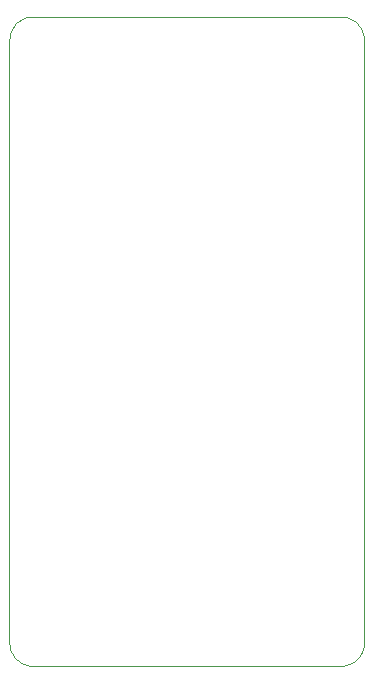
<source format=gko>
G04*
G04 #@! TF.GenerationSoftware,Altium Limited,Altium Designer,21.6.4 (81)*
G04*
G04 Layer_Color=16711935*
%FSLAX25Y25*%
%MOIN*%
G70*
G04*
G04 #@! TF.SameCoordinates,4A2346EC-D30A-4EC8-B750-871CECD4BB15*
G04*
G04*
G04 #@! TF.FilePolarity,Positive*
G04*
G01*
G75*
%ADD29C,0.00394*%
D29*
X110236Y0D02*
X111264Y67D01*
X112274Y268D01*
X113250Y599D01*
X114173Y1055D01*
X115030Y1627D01*
X115804Y2306D01*
X116483Y3081D01*
X117055Y3937D01*
X117511Y4861D01*
X117842Y5836D01*
X118043Y6846D01*
X118110Y7874D01*
Y208661D02*
X118043Y209689D01*
X117842Y210699D01*
X117511Y211675D01*
X117055Y212598D01*
X116483Y213455D01*
X115804Y214229D01*
X115030Y214908D01*
X114173Y215480D01*
X113250Y215936D01*
X112274Y216267D01*
X111264Y216468D01*
X110236Y216535D01*
X7874D02*
X6846Y216468D01*
X5836Y216267D01*
X4861Y215936D01*
X3937Y215480D01*
X3081Y214908D01*
X2306Y214229D01*
X1627Y213455D01*
X1055Y212598D01*
X599Y211675D01*
X268Y210699D01*
X67Y209689D01*
X0Y208661D01*
Y7874D02*
X67Y6846D01*
X268Y5836D01*
X599Y4861D01*
X1055Y3937D01*
X1627Y3081D01*
X2306Y2306D01*
X3081Y1627D01*
X3937Y1055D01*
X4861Y599D01*
X5836Y268D01*
X6846Y67D01*
X7874Y0D01*
X110236D01*
X118110Y7874D02*
X118110Y208661D01*
X7874Y216535D02*
X110236D01*
X0Y208661D02*
X0Y7874D01*
M02*

</source>
